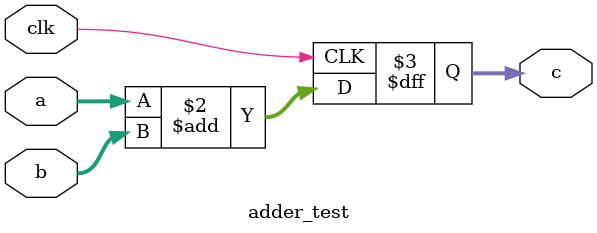
<source format=sv>
module adder_test (
    input clk,
    input [7:0] a,
    input [7:0] b,
    output reg [7:0] c);

    always @(posedge clk)
          c <= a + b;

endmodule

</source>
